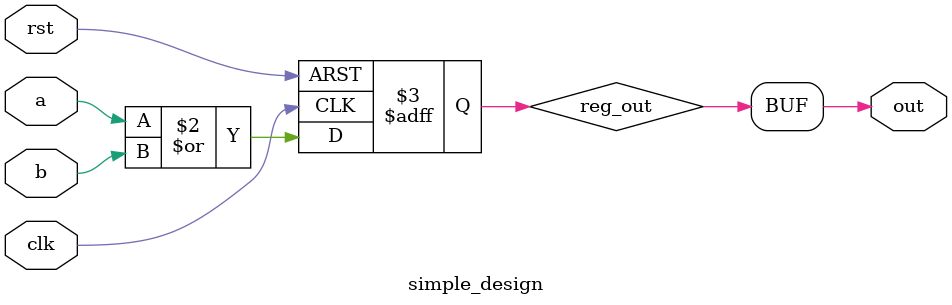
<source format=v>
module simple_design (
  input clk,
  input rst,
  input a,
  input b,
  output out
);

  reg reg_out;

  always @(posedge clk or posedge rst) begin
    if (rst) begin
      reg_out <= 0;
    end else begin
      reg_out <= a | b;
    end
  end

  assign out = reg_out;

endmodule

</source>
